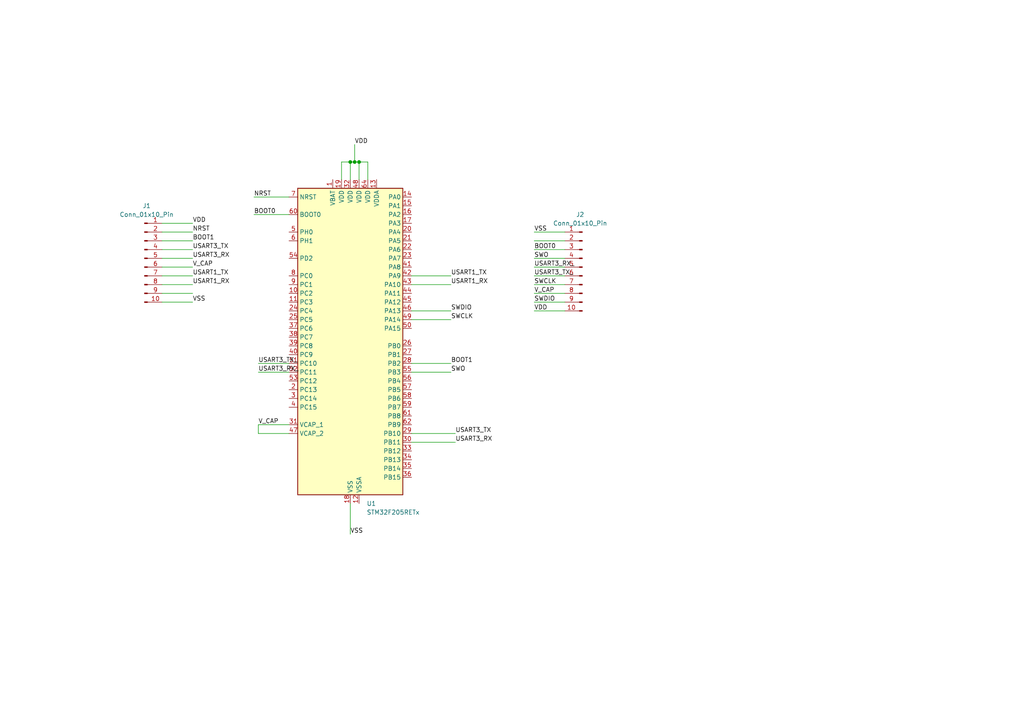
<source format=kicad_sch>
(kicad_sch (version 20231120) (generator "eeschema") (generator_version "8.0")
  (paper "A4")
  (lib_symbols
    (symbol "Connector:Conn_01x10_Pin" (pin_names (offset 1.016) hide)
      (property "Reference" "J" (at 0 12.7 0))
      (property "Value" "Conn_01x10_Pin" (at 0 -15.24 0))
      (symbol "Conn_01x10_Pin_1_1"
        (polyline (pts (xy 1.27 -12.7) (xy 0.8636 -12.7)) (stroke (width 0.1524)))
        (polyline (pts (xy 1.27 -10.16) (xy 0.8636 -10.16)) (stroke (width 0.1524)))
        (polyline (pts (xy 1.27 -7.62) (xy 0.8636 -7.62)) (stroke (width 0.1524)))
        (polyline (pts (xy 1.27 -5.08) (xy 0.8636 -5.08)) (stroke (width 0.1524)))
        (polyline (pts (xy 1.27 -2.54) (xy 0.8636 -2.54)) (stroke (width 0.1524)))
        (polyline (pts (xy 1.27 0) (xy 0.8636 0)) (stroke (width 0.1524)))
        (polyline (pts (xy 1.27 2.54) (xy 0.8636 2.54)) (stroke (width 0.1524)))
        (polyline (pts (xy 1.27 5.08) (xy 0.8636 5.08)) (stroke (width 0.1524)))
        (polyline (pts (xy 1.27 7.62) (xy 0.8636 7.62)) (stroke (width 0.1524)))
        (polyline (pts (xy 1.27 10.16) (xy 0.8636 10.16)) (stroke (width 0.1524)))
        (rectangle (start 0.8636 -12.573) (end 0 -12.827) (stroke (width 0.1524)) (fill (type outline)))
        (rectangle (start 0.8636 -10.033) (end 0 -10.287) (stroke (width 0.1524)) (fill (type outline)))
        (rectangle (start 0.8636 -7.493) (end 0 -7.747) (stroke (width 0.1524)) (fill (type outline)))
        (rectangle (start 0.8636 -4.953) (end 0 -5.207) (stroke (width 0.1524)) (fill (type outline)))
        (rectangle (start 0.8636 -2.413) (end 0 -2.667) (stroke (width 0.1524)) (fill (type outline)))
        (rectangle (start 0.8636 0.127) (end 0 -0.127) (stroke (width 0.1524)) (fill (type outline)))
        (rectangle (start 0.8636 2.667) (end 0 2.413) (stroke (width 0.1524)) (fill (type outline)))
        (rectangle (start 0.8636 5.207) (end 0 4.953) (stroke (width 0.1524)) (fill (type outline)))
        (rectangle (start 0.8636 7.747) (end 0 7.493) (stroke (width 0.1524)) (fill (type outline)))
        (rectangle (start 0.8636 10.287) (end 0 10.033) (stroke (width 0.1524)) (fill (type outline)))
        (pin passive line (at 5.08 10.16 180) (length 3.81) (name "Pin_1") (number "1"))
        (pin passive line (at 5.08 -12.7 180) (length 3.81) (name "Pin_10") (number "10"))
        (pin passive line (at 5.08 7.62 180) (length 3.81) (name "Pin_2") (number "2"))
        (pin passive line (at 5.08 5.08 180) (length 3.81) (name "Pin_3") (number "3"))
        (pin passive line (at 5.08 2.54 180) (length 3.81) (name "Pin_4") (number "4"))
        (pin passive line (at 5.08 0 180) (length 3.81) (name "Pin_5") (number "5"))
        (pin passive line (at 5.08 -2.54 180) (length 3.81) (name "Pin_6") (number "6"))
        (pin passive line (at 5.08 -5.08 180) (length 3.81) (name "Pin_7") (number "7"))
        (pin passive line (at 5.08 -7.62 180) (length 3.81) (name "Pin_8") (number "8"))
        (pin passive line (at 5.08 -10.16 180) (length 3.81) (name "Pin_9") (number "9"))
      )
    )
    (symbol "MCU_ST_STM32F2:STM32F205RETx"
      (property "Reference" "U" (at -15.24 46.99 0))
      (property "Value" "STM32F205RETx" (at 10.16 46.99 0))
      (symbol "STM32F205RETx_0_1"
        (rectangle (start -15.24 -43.18) (end 15.24 45.72) (stroke (width 0.254)) (fill (type background)))
      )
      (symbol "STM32F205RETx_1_1"
        (pin power_in line (at -5.08 48.26 270) (length 2.54) (name "VBAT") (number "1"))
        (pin bidirectional line (at -17.78 15.24 0) (length 2.54) (name "PC2") (number "10"))
        (pin bidirectional line (at -17.78 12.7 0) (length 2.54) (name "PC3") (number "11"))
        (pin power_in line (at 2.54 -45.72 90) (length 2.54) (name "VSSA") (number "12"))
        (pin power_in line (at 7.62 48.26 270) (length 2.54) (name "VDDA") (number "13"))
        (pin bidirectional line (at 17.78 43.18 180) (length 2.54) (name "PA0") (number "14"))
        (pin bidirectional line (at 17.78 40.64 180) (length 2.54) (name "PA1") (number "15"))
        (pin bidirectional line (at 17.78 38.1 180) (length 2.54) (name "PA2") (number "16"))
        (pin bidirectional line (at 17.78 35.56 180) (length 2.54) (name "PA3") (number "17"))
        (pin power_in line (at 0 -45.72 90) (length 2.54) (name "VSS") (number "18"))
        (pin power_in line (at -2.54 48.26 270) (length 2.54) (name "VDD") (number "19"))
        (pin bidirectional line (at -17.78 -12.7 0) (length 2.54) (name "PC13") (number "2"))
        (pin bidirectional line (at 17.78 33.02 180) (length 2.54) (name "PA4") (number "20"))
        (pin bidirectional line (at 17.78 30.48 180) (length 2.54) (name "PA5") (number "21"))
        (pin bidirectional line (at 17.78 27.94 180) (length 2.54) (name "PA6") (number "22"))
        (pin bidirectional line (at 17.78 25.4 180) (length 2.54) (name "PA7") (number "23"))
        (pin bidirectional line (at -17.78 10.16 0) (length 2.54) (name "PC4") (number "24"))
        (pin bidirectional line (at -17.78 7.62 0) (length 2.54) (name "PC5") (number "25"))
        (pin bidirectional line (at 17.78 0 180) (length 2.54) (name "PB0") (number "26"))
        (pin bidirectional line (at 17.78 -2.54 180) (length 2.54) (name "PB1") (number "27"))
        (pin bidirectional line (at 17.78 -5.08 180) (length 2.54) (name "PB2") (number "28"))
        (pin bidirectional line (at 17.78 -25.4 180) (length 2.54) (name "PB10") (number "29"))
        (pin bidirectional line (at -17.78 -15.24 0) (length 2.54) (name "PC14") (number "3"))
        (pin bidirectional line (at 17.78 -27.94 180) (length 2.54) (name "PB11") (number "30"))
        (pin power_out line (at -17.78 -22.86 0) (length 2.54) (name "VCAP_1") (number "31"))
        (pin power_in line (at 0 48.26 270) (length 2.54) (name "VDD") (number "32"))
        (pin bidirectional line (at 17.78 -30.48 180) (length 2.54) (name "PB12") (number "33"))
        (pin bidirectional line (at 17.78 -33.02 180) (length 2.54) (name "PB13") (number "34"))
        (pin bidirectional line (at 17.78 -35.56 180) (length 2.54) (name "PB14") (number "35"))
        (pin bidirectional line (at 17.78 -38.1 180) (length 2.54) (name "PB15") (number "36"))
        (pin bidirectional line (at -17.78 5.08 0) (length 2.54) (name "PC6") (number "37"))
        (pin bidirectional line (at -17.78 2.54 0) (length 2.54) (name "PC7") (number "38"))
        (pin bidirectional line (at -17.78 0 0) (length 2.54) (name "PC8") (number "39"))
        (pin bidirectional line (at -17.78 -17.78 0) (length 2.54) (name "PC15") (number "4"))
        (pin bidirectional line (at -17.78 -2.54 0) (length 2.54) (name "PC9") (number "40"))
        (pin bidirectional line (at 17.78 22.86 180) (length 2.54) (name "PA8") (number "41"))
        (pin bidirectional line (at 17.78 20.32 180) (length 2.54) (name "PA9") (number "42"))
        (pin bidirectional line (at 17.78 17.78 180) (length 2.54) (name "PA10") (number "43"))
        (pin bidirectional line (at 17.78 15.24 180) (length 2.54) (name "PA11") (number "44"))
        (pin bidirectional line (at 17.78 12.7 180) (length 2.54) (name "PA12") (number "45"))
        (pin bidirectional line (at 17.78 10.16 180) (length 2.54) (name "PA13") (number "46"))
        (pin power_out line (at -17.78 -25.4 0) (length 2.54) (name "VCAP_2") (number "47"))
        (pin power_in line (at 2.54 48.26 270) (length 2.54) (name "VDD") (number "48"))
        (pin bidirectional line (at 17.78 7.62 180) (length 2.54) (name "PA14") (number "49"))
        (pin bidirectional line (at -17.78 33.02 0) (length 2.54) (name "PH0") (number "5"))
        (pin bidirectional line (at 17.78 5.08 180) (length 2.54) (name "PA15") (number "50"))
        (pin bidirectional line (at -17.78 -5.08 0) (length 2.54) (name "PC10") (number "51"))
        (pin bidirectional line (at -17.78 -7.62 0) (length 2.54) (name "PC11") (number "52"))
        (pin bidirectional line (at -17.78 -10.16 0) (length 2.54) (name "PC12") (number "53"))
        (pin bidirectional line (at -17.78 25.4 0) (length 2.54) (name "PD2") (number "54"))
        (pin bidirectional line (at 17.78 -7.62 180) (length 2.54) (name "PB3") (number "55"))
        (pin bidirectional line (at 17.78 -10.16 180) (length 2.54) (name "PB4") (number "56"))
        (pin bidirectional line (at 17.78 -12.7 180) (length 2.54) (name "PB5") (number "57"))
        (pin bidirectional line (at 17.78 -15.24 180) (length 2.54) (name "PB6") (number "58"))
        (pin bidirectional line (at 17.78 -17.78 180) (length 2.54) (name "PB7") (number "59"))
        (pin bidirectional line (at -17.78 30.48 0) (length 2.54) (name "PH1") (number "6"))
        (pin input line (at -17.78 38.1 0) (length 2.54) (name "BOOT0") (number "60"))
        (pin bidirectional line (at 17.78 -20.32 180) (length 2.54) (name "PB8") (number "61"))
        (pin bidirectional line (at 17.78 -22.86 180) (length 2.54) (name "PB9") (number "62"))
        (pin passive line (at 0 -45.72 90) (length 2.54) hide (name "VSS") (number "63"))
        (pin power_in line (at 5.08 48.26 270) (length 2.54) (name "VDD") (number "64"))
        (pin input line (at -17.78 43.18 0) (length 2.54) (name "NRST") (number "7"))
        (pin bidirectional line (at -17.78 20.32 0) (length 2.54) (name "PC0") (number "8"))
        (pin bidirectional line (at -17.78 17.78 0) (length 2.54) (name "PC1") (number "9"))
      )
    )
  )
  (junction (at 102.87 46.99))
  (junction (at 104.14 46.99))
  (junction (at 101.6 46.99))
  (wire (pts (xy 154.94 80.01) (xy 163.83 80.01)))
  (wire (pts (xy 46.99 67.31) (xy 55.88 67.31)))
  (wire (pts (xy 99.06 46.99) (xy 101.6 46.99)))
  (wire (pts (xy 119.38 92.71) (xy 130.81 92.71)))
  (wire (pts (xy 154.94 77.47) (xy 163.83 77.47)))
  (wire (pts (xy 106.68 52.07) (xy 106.68 46.99)))
  (wire (pts (xy 46.99 87.63) (xy 55.88 87.63)))
  (wire (pts (xy 73.66 62.23) (xy 83.82 62.23)))
  (wire (pts (xy 73.66 57.15) (xy 83.82 57.15)))
  (wire (pts (xy 74.93 105.41) (xy 83.82 105.41)))
  (wire (pts (xy 154.94 85.09) (xy 163.83 85.09)))
  (wire (pts (xy 74.93 125.73) (xy 74.93 123.19)))
  (wire (pts (xy 83.82 125.73) (xy 74.93 125.73)))
  (wire (pts (xy 99.06 46.99) (xy 99.06 52.07)))
  (wire (pts (xy 154.94 67.31) (xy 163.83 67.31)))
  (wire (pts (xy 46.99 72.39) (xy 55.88 72.39)))
  (wire (pts (xy 119.38 125.73) (xy 132.08 125.73)))
  (wire (pts (xy 106.68 46.99) (xy 104.14 46.99)))
  (wire (pts (xy 46.99 69.85) (xy 55.88 69.85)))
  (wire (pts (xy 119.38 80.01) (xy 130.81 80.01)))
  (wire (pts (xy 104.14 52.07) (xy 104.14 46.99)))
  (wire (pts (xy 101.6 52.07) (xy 101.6 46.99)))
  (wire (pts (xy 46.99 77.47) (xy 55.88 77.47)))
  (wire (pts (xy 46.99 85.09) (xy 55.88 85.09)))
  (wire (pts (xy 102.87 41.91) (xy 102.87 46.99)))
  (wire (pts (xy 46.99 64.77) (xy 55.88 64.77)))
  (wire (pts (xy 101.6 146.05) (xy 101.6 154.94)))
  (wire (pts (xy 119.38 128.27) (xy 132.08 128.27)))
  (wire (pts (xy 102.87 46.99) (xy 101.6 46.99)))
  (wire (pts (xy 119.38 90.17) (xy 130.81 90.17)))
  (wire (pts (xy 154.94 74.93) (xy 163.83 74.93)))
  (wire (pts (xy 119.38 82.55) (xy 130.81 82.55)))
  (wire (pts (xy 74.93 107.95) (xy 83.82 107.95)))
  (wire (pts (xy 154.94 90.17) (xy 163.83 90.17)))
  (wire (pts (xy 46.99 80.01) (xy 55.88 80.01)))
  (wire (pts (xy 104.14 46.99) (xy 102.87 46.99)))
  (wire (pts (xy 46.99 82.55) (xy 55.88 82.55)))
  (wire (pts (xy 46.99 74.93) (xy 55.88 74.93)))
  (wire (pts (xy 119.38 107.95) (xy 130.81 107.95)))
  (wire (pts (xy 119.38 105.41) (xy 130.81 105.41)))
  (wire (pts (xy 154.94 72.39) (xy 163.83 72.39)))
  (wire (pts (xy 74.93 123.19) (xy 83.82 123.19)))
  (wire (pts (xy 154.94 87.63) (xy 163.83 87.63)))
  (wire (pts (xy 154.94 69.85) (xy 163.83 69.85)))
  (wire (pts (xy 154.94 82.55) (xy 163.83 82.55)))
  (label "VDD" (at 102.87 41.91 0))
  (label "BOOT0" (at 154.94 72.39 0))
  (label "USART1_TX" (at 130.81 80.01 0))
  (label "V_CAP" (at 74.93 123.19 0))
  (label "USART3_TX" (at 132.08 125.73 0))
  (label "BOOT0" (at 73.66 62.23 0))
  (label "VSS" (at 55.88 87.63 0))
  (label "VDD" (at 154.94 90.17 0))
  (label "VSS" (at 154.94 67.31 0))
  (label "USART3_RX_" (at 154.94 77.47 0))
  (label "USART1_TX" (at 55.88 80.01 0))
  (label "SWO" (at 130.81 107.95 0))
  (label "NRST" (at 73.66 57.15 0))
  (label "USART1_RX" (at 55.88 82.55 0))
  (label "NRST" (at 55.88 67.31 0))
  (label "USART3_TX_" (at 154.94 80.01 0))
  (label "BOOT1" (at 55.88 69.85 0))
  (label "USART3_TX" (at 55.88 72.39 0))
  (label "SWCLK" (at 130.81 92.71 0))
  (label "VSS" (at 101.6 154.94 0))
  (label "V_CAP" (at 154.94 85.09 0))
  (label "SWCLK" (at 154.94 82.55 0))
  (label "USART3_RX" (at 55.88 74.93 0))
  (label "USART1_RX" (at 130.81 82.55 0))
  (label "USART3_RX" (at 132.08 128.27 0))
  (label "VDD" (at 55.88 64.77 0))
  (label "USART3_TX_" (at 74.93 105.41 0))
  (label "SWDIO" (at 130.81 90.17 0))
  (label "SWDIO" (at 154.94 87.63 0))
  (label "BOOT1" (at 130.81 105.41 0))
  (label "USART3_RX_" (at 74.93 107.95 0))
  (label "V_CAP" (at 55.88 77.47 0))
  (label "SWO" (at 154.94 74.93 0))
  (symbol (lib_id "Connector:Conn_01x10_Pin") (at 41.91 74.93 0) (unit 1)
    (property "Reference" "J1" (at 42.545 59.69 0))
    (property "Value" "Conn_01x10_Pin" (at 42.545 62.23 0))
    (property "Footprint" "Connector_PinHeader_2.54mm:PinHeader_1x10_P2.54mm_Vertical" (effects (hide yes)))
    (property "Description" "Generic connector, single row, 01x10, script generated" (effects (hide yes)))
  )
  (symbol (lib_id "MCU_ST_STM32F2:STM32F205RETx") (at 101.6 100.33 0) (unit 1)
    (property "Reference" "U1" (at 106.3341 146.05 0) (effects (justify left)))
    (property "Value" "STM32F205RETx" (at 106.3341 148.59 0) (effects (justify left)))
    (property "Footprint" "Package_QFP:LQFP-64_10x10mm_P0.5mm" (effects (hide yes)))
    (property "Datasheet" "https://www.st.com/resource/en/datasheet/stm32f205re.pdf" (effects (hide yes)))
    (property "Description" "STMicroelectronics Arm Cortex-M3 MCU, 512KB flash, 128KB RAM, 120 MHz, 1.8-3.6V, 51 GPIO, LQFP64" (effects (hide yes)))
  )
  (symbol (lib_id "Connector:Conn_01x10_Pin") (at 168.91 77.47 0) (mirror y) (unit 1)
    (property "Reference" "J2" (at 168.275 62.23 0))
    (property "Value" "Conn_01x10_Pin" (at 168.275 64.77 0))
    (property "Footprint" "Connector_PinHeader_2.54mm:PinHeader_1x10_P2.54mm_Vertical" (effects (hide yes)))
    (property "Description" "Generic connector, single row, 01x10, script generated" (effects (hide yes)))
  )
)
</source>
